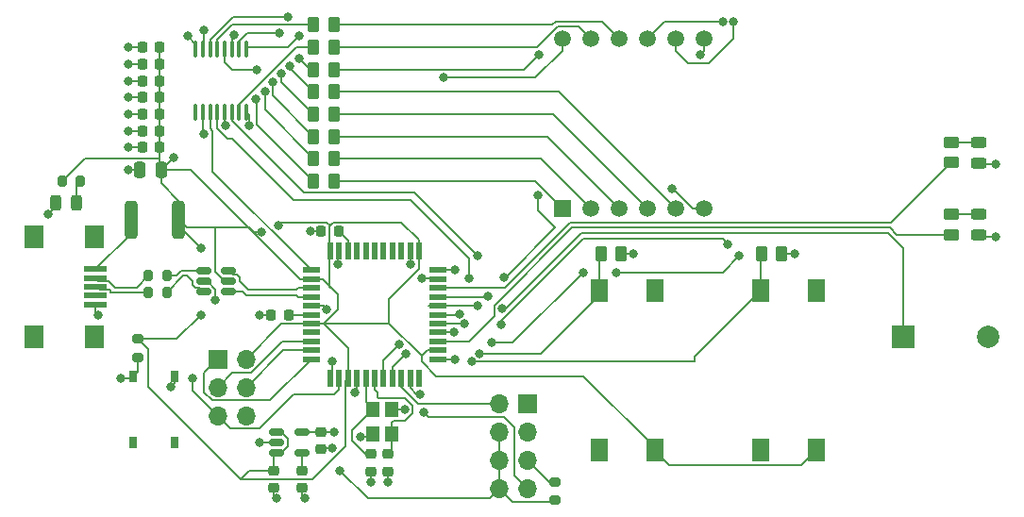
<source format=gbr>
%TF.GenerationSoftware,KiCad,Pcbnew,(7.0.0)*%
%TF.CreationDate,2023-04-21T02:36:57-06:00*%
%TF.ProjectId,Phase_B_ATMEGA_v3,50686173-655f-4425-9f41-544d4547415f,rev?*%
%TF.SameCoordinates,Original*%
%TF.FileFunction,Copper,L1,Top*%
%TF.FilePolarity,Positive*%
%FSLAX46Y46*%
G04 Gerber Fmt 4.6, Leading zero omitted, Abs format (unit mm)*
G04 Created by KiCad (PCBNEW (7.0.0)) date 2023-04-21 02:36:57*
%MOMM*%
%LPD*%
G01*
G04 APERTURE LIST*
G04 Aperture macros list*
%AMRoundRect*
0 Rectangle with rounded corners*
0 $1 Rounding radius*
0 $2 $3 $4 $5 $6 $7 $8 $9 X,Y pos of 4 corners*
0 Add a 4 corners polygon primitive as box body*
4,1,4,$2,$3,$4,$5,$6,$7,$8,$9,$2,$3,0*
0 Add four circle primitives for the rounded corners*
1,1,$1+$1,$2,$3*
1,1,$1+$1,$4,$5*
1,1,$1+$1,$6,$7*
1,1,$1+$1,$8,$9*
0 Add four rect primitives between the rounded corners*
20,1,$1+$1,$2,$3,$4,$5,0*
20,1,$1+$1,$4,$5,$6,$7,0*
20,1,$1+$1,$6,$7,$8,$9,0*
20,1,$1+$1,$8,$9,$2,$3,0*%
G04 Aperture macros list end*
%TA.AperFunction,SMDPad,CuDef*%
%ADD10R,1.200000X1.400000*%
%TD*%
%TA.AperFunction,SMDPad,CuDef*%
%ADD11RoundRect,0.150000X-0.512500X-0.150000X0.512500X-0.150000X0.512500X0.150000X-0.512500X0.150000X0*%
%TD*%
%TA.AperFunction,SMDPad,CuDef*%
%ADD12R,1.500000X0.550000*%
%TD*%
%TA.AperFunction,SMDPad,CuDef*%
%ADD13R,0.550000X1.500000*%
%TD*%
%TA.AperFunction,SMDPad,CuDef*%
%ADD14RoundRect,0.100000X-0.100000X0.637500X-0.100000X-0.637500X0.100000X-0.637500X0.100000X0.637500X0*%
%TD*%
%TA.AperFunction,ComponentPad*%
%ADD15R,1.500000X1.500000*%
%TD*%
%TA.AperFunction,ComponentPad*%
%ADD16C,1.500000*%
%TD*%
%TA.AperFunction,SMDPad,CuDef*%
%ADD17R,0.700000X1.000000*%
%TD*%
%TA.AperFunction,SMDPad,CuDef*%
%ADD18R,1.500000X2.000000*%
%TD*%
%TA.AperFunction,SMDPad,CuDef*%
%ADD19RoundRect,0.200000X0.275000X-0.200000X0.275000X0.200000X-0.275000X0.200000X-0.275000X-0.200000X0*%
%TD*%
%TA.AperFunction,SMDPad,CuDef*%
%ADD20RoundRect,0.200000X-0.200000X-0.275000X0.200000X-0.275000X0.200000X0.275000X-0.200000X0.275000X0*%
%TD*%
%TA.AperFunction,SMDPad,CuDef*%
%ADD21RoundRect,0.200000X-0.275000X0.200000X-0.275000X-0.200000X0.275000X-0.200000X0.275000X0.200000X0*%
%TD*%
%TA.AperFunction,SMDPad,CuDef*%
%ADD22RoundRect,0.250000X-0.262500X-0.450000X0.262500X-0.450000X0.262500X0.450000X-0.262500X0.450000X0*%
%TD*%
%TA.AperFunction,SMDPad,CuDef*%
%ADD23RoundRect,0.250000X0.450000X-0.262500X0.450000X0.262500X-0.450000X0.262500X-0.450000X-0.262500X0*%
%TD*%
%TA.AperFunction,ComponentPad*%
%ADD24R,2.000000X2.000000*%
%TD*%
%TA.AperFunction,ComponentPad*%
%ADD25C,2.000000*%
%TD*%
%TA.AperFunction,ComponentPad*%
%ADD26R,1.700000X1.700000*%
%TD*%
%TA.AperFunction,ComponentPad*%
%ADD27O,1.700000X1.700000*%
%TD*%
%TA.AperFunction,SMDPad,CuDef*%
%ADD28R,2.000000X0.500000*%
%TD*%
%TA.AperFunction,SMDPad,CuDef*%
%ADD29R,1.700000X2.000000*%
%TD*%
%TA.AperFunction,SMDPad,CuDef*%
%ADD30RoundRect,0.250000X-0.312500X-1.450000X0.312500X-1.450000X0.312500X1.450000X-0.312500X1.450000X0*%
%TD*%
%TA.AperFunction,SMDPad,CuDef*%
%ADD31RoundRect,0.243750X-0.243750X-0.456250X0.243750X-0.456250X0.243750X0.456250X-0.243750X0.456250X0*%
%TD*%
%TA.AperFunction,SMDPad,CuDef*%
%ADD32RoundRect,0.243750X0.456250X-0.243750X0.456250X0.243750X-0.456250X0.243750X-0.456250X-0.243750X0*%
%TD*%
%TA.AperFunction,SMDPad,CuDef*%
%ADD33RoundRect,0.225000X-0.250000X0.225000X-0.250000X-0.225000X0.250000X-0.225000X0.250000X0.225000X0*%
%TD*%
%TA.AperFunction,SMDPad,CuDef*%
%ADD34RoundRect,0.225000X0.225000X0.250000X-0.225000X0.250000X-0.225000X-0.250000X0.225000X-0.250000X0*%
%TD*%
%TA.AperFunction,SMDPad,CuDef*%
%ADD35RoundRect,0.250000X0.250000X0.475000X-0.250000X0.475000X-0.250000X-0.475000X0.250000X-0.475000X0*%
%TD*%
%TA.AperFunction,SMDPad,CuDef*%
%ADD36RoundRect,0.225000X0.250000X-0.225000X0.250000X0.225000X-0.250000X0.225000X-0.250000X-0.225000X0*%
%TD*%
%TA.AperFunction,ViaPad*%
%ADD37C,0.800000*%
%TD*%
%TA.AperFunction,Conductor*%
%ADD38C,0.203200*%
%TD*%
G04 APERTURE END LIST*
D10*
%TO.P,Y1,4,4*%
%TO.N,GND*%
X87724999Y-87999999D03*
%TO.P,Y1,3,3*%
%TO.N,XTAL2*%
X87724999Y-85799999D03*
%TO.P,Y1,2,2*%
%TO.N,GND*%
X89424999Y-85799999D03*
%TO.P,Y1,1,1*%
%TO.N,XTAL1*%
X89424999Y-87999999D03*
%TD*%
D11*
%TO.P,U5,5,VOUT*%
%TO.N,+3.3V*%
X81350000Y-87800000D03*
%TO.P,U5,4,BP*%
%TO.N,Net-(U5-BP)*%
X81350000Y-89700000D03*
%TO.P,U5,3,ON/~{OFF}*%
%TO.N,+5V*%
X79075000Y-89700000D03*
%TO.P,U5,2,GND*%
%TO.N,GND*%
X79075000Y-88750000D03*
%TO.P,U5,1,VIN*%
%TO.N,+5V*%
X79075000Y-87800000D03*
%TD*%
%TO.P,U4,1,I/O1*%
%TO.N,USB_CONN_D-*%
X72512500Y-73350000D03*
%TO.P,U4,2,GND*%
%TO.N,GND*%
X72512500Y-74300000D03*
%TO.P,U4,3,I/O2*%
%TO.N,USB_CONN_D+*%
X72512500Y-75250000D03*
%TO.P,U4,4,I/O2*%
%TO.N,USB_D+*%
X74787500Y-75250000D03*
%TO.P,U4,5,VBUS*%
%TO.N,+5V*%
X74787500Y-74300000D03*
%TO.P,U4,6,I/O1*%
%TO.N,USB_D-*%
X74787500Y-73350000D03*
%TD*%
D12*
%TO.P,U3,1,PE6*%
%TO.N,SH_CP*%
X82174999Y-73299999D03*
%TO.P,U3,2,UVCC*%
%TO.N,+5V*%
X82174999Y-74099999D03*
%TO.P,U3,3,D-*%
%TO.N,USB_D-*%
X82174999Y-74899999D03*
%TO.P,U3,4,D+*%
%TO.N,USB_D+*%
X82174999Y-75699999D03*
%TO.P,U3,5,UGND*%
%TO.N,GND*%
X82174999Y-76499999D03*
%TO.P,U3,6,UCAP*%
%TO.N,/UCAP*%
X82174999Y-77299999D03*
%TO.P,U3,7,VBUS*%
%TO.N,+5V*%
X82174999Y-78099999D03*
%TO.P,U3,8,PB0*%
%TO.N,unconnected-(U3-PB0-Pad8)*%
X82174999Y-78899999D03*
%TO.P,U3,9,PB1*%
%TO.N,SCK*%
X82174999Y-79699999D03*
%TO.P,U3,10,PB2*%
%TO.N,MOSI*%
X82174999Y-80499999D03*
%TO.P,U3,11,PB3*%
%TO.N,MISO*%
X82174999Y-81299999D03*
D13*
%TO.P,U3,12,PB7*%
%TO.N,Dig3*%
X83874999Y-82999999D03*
%TO.P,U3,13,~{RESET}*%
%TO.N,RST*%
X84674999Y-82999999D03*
%TO.P,U3,14,VCC*%
%TO.N,+5V*%
X85474999Y-82999999D03*
%TO.P,U3,15,GND*%
%TO.N,GND*%
X86274999Y-82999999D03*
%TO.P,U3,16,XTAL2*%
%TO.N,XTAL2*%
X87074999Y-82999999D03*
%TO.P,U3,17,XTAL1*%
%TO.N,XTAL1*%
X87874999Y-82999999D03*
%TO.P,U3,18,PD0*%
%TO.N,Button_2*%
X88674999Y-82999999D03*
%TO.P,U3,19,PD1*%
%TO.N,Button_1*%
X89474999Y-82999999D03*
%TO.P,U3,20,PD2*%
%TO.N,TX*%
X90274999Y-82999999D03*
%TO.P,U3,21,PD3*%
%TO.N,RX*%
X91074999Y-82999999D03*
%TO.P,U3,22,PD5*%
%TO.N,unconnected-(U3-PD5-Pad22)*%
X91874999Y-82999999D03*
D12*
%TO.P,U3,23,GND*%
%TO.N,GND*%
X93574999Y-81299999D03*
%TO.P,U3,24,AVCC*%
%TO.N,+5V*%
X93574999Y-80499999D03*
%TO.P,U3,25,PD4*%
%TO.N,GREEN_LED*%
X93574999Y-79699999D03*
%TO.P,U3,26,PD6*%
%TO.N,Dig2*%
X93574999Y-78899999D03*
%TO.P,U3,27,PD7*%
%TO.N,Buzzer*%
X93574999Y-78099999D03*
%TO.P,U3,28,PB4*%
%TO.N,ST_CP*%
X93574999Y-77299999D03*
%TO.P,U3,29,PB5*%
%TO.N,DS*%
X93574999Y-76499999D03*
%TO.P,U3,30,PB6*%
%TO.N,Dig4*%
X93574999Y-75699999D03*
%TO.P,U3,31,PC6*%
%TO.N,RED_LED*%
X93574999Y-74899999D03*
%TO.P,U3,32,PC7*%
%TO.N,Dig1*%
X93574999Y-74099999D03*
%TO.P,U3,33,~{HWB}/PE2*%
%TO.N,GND*%
X93574999Y-73299999D03*
D13*
%TO.P,U3,34,VCC*%
%TO.N,+5V*%
X91874999Y-71599999D03*
%TO.P,U3,35,GND*%
%TO.N,GND*%
X91074999Y-71599999D03*
%TO.P,U3,36,PF7*%
%TO.N,unconnected-(U3-PF7-Pad36)*%
X90274999Y-71599999D03*
%TO.P,U3,37,PF6*%
%TO.N,unconnected-(U3-PF6-Pad37)*%
X89474999Y-71599999D03*
%TO.P,U3,38,PF5*%
%TO.N,unconnected-(U3-PF5-Pad38)*%
X88674999Y-71599999D03*
%TO.P,U3,39,PF4*%
%TO.N,unconnected-(U3-PF4-Pad39)*%
X87874999Y-71599999D03*
%TO.P,U3,40,PF1*%
%TO.N,unconnected-(U3-PF1-Pad40)*%
X87074999Y-71599999D03*
%TO.P,U3,41,PF0*%
%TO.N,unconnected-(U3-PF0-Pad41)*%
X86274999Y-71599999D03*
%TO.P,U3,42,AREF*%
%TO.N,/AREF*%
X85474999Y-71599999D03*
%TO.P,U3,43,GND*%
%TO.N,GND*%
X84674999Y-71599999D03*
%TO.P,U3,44,AVCC*%
%TO.N,+5V*%
X83874999Y-71599999D03*
%TD*%
D14*
%TO.P,U2,1,QB*%
%TO.N,b*%
X76350000Y-53437500D03*
%TO.P,U2,2,QC*%
%TO.N,c*%
X75700000Y-53437500D03*
%TO.P,U2,3,QD*%
%TO.N,d*%
X75050000Y-53437500D03*
%TO.P,U2,4,QE*%
%TO.N,e*%
X74400000Y-53437500D03*
%TO.P,U2,5,QF*%
%TO.N,f*%
X73750000Y-53437500D03*
%TO.P,U2,6,QG*%
%TO.N,g*%
X73100000Y-53437500D03*
%TO.P,U2,7,QH*%
%TO.N,dp*%
X72450000Y-53437500D03*
%TO.P,U2,8,GND*%
%TO.N,GND*%
X71800000Y-53437500D03*
%TO.P,U2,9,QH'*%
%TO.N,unconnected-(U2-QH'-Pad9)*%
X71800000Y-59162500D03*
%TO.P,U2,10,~{SRCLR}*%
%TO.N,+5V*%
X72450000Y-59162500D03*
%TO.P,U2,11,SRCLK*%
%TO.N,SH_CP*%
X73100000Y-59162500D03*
%TO.P,U2,12,RCLK*%
%TO.N,ST_CP*%
X73750000Y-59162500D03*
%TO.P,U2,13,~{OE}*%
%TO.N,GND*%
X74400000Y-59162500D03*
%TO.P,U2,14,SER*%
%TO.N,DS*%
X75050000Y-59162500D03*
%TO.P,U2,15,QA*%
%TO.N,a*%
X75700000Y-59162500D03*
%TO.P,U2,16,VCC*%
%TO.N,+5V*%
X76350000Y-59162500D03*
%TD*%
D15*
%TO.P,U1,1,e*%
%TO.N,Net-(U1-e)*%
X104724999Y-67777499D03*
D16*
%TO.P,U1,2,d*%
%TO.N,Net-(U1-d)*%
X107265000Y-67777500D03*
%TO.P,U1,3,DPX*%
%TO.N,Net-(U1-DPX)*%
X109805000Y-67777500D03*
%TO.P,U1,4,c*%
%TO.N,Net-(U1-c)*%
X112345000Y-67777500D03*
%TO.P,U1,5,g*%
%TO.N,Net-(U1-g)*%
X114885000Y-67777500D03*
%TO.P,U1,6,CA4*%
%TO.N,Dig4*%
X117425000Y-67777500D03*
%TO.P,U1,7,b*%
%TO.N,Net-(U1-b)*%
X117425000Y-52537500D03*
%TO.P,U1,8,CA3*%
%TO.N,Dig3*%
X114885000Y-52537500D03*
%TO.P,U1,9,CA2*%
%TO.N,Dig2*%
X112345000Y-52537500D03*
%TO.P,U1,10,f*%
%TO.N,Net-(U1-f)*%
X109805000Y-52537500D03*
%TO.P,U1,11,a*%
%TO.N,Net-(U1-a)*%
X107265000Y-52537500D03*
%TO.P,U1,12,CA1*%
%TO.N,Dig1*%
X104725000Y-52537500D03*
%TD*%
D17*
%TO.P,S3,4*%
%TO.N,N/C*%
X66224999Y-88799999D03*
%TO.P,S3,2*%
X69924999Y-88799999D03*
%TO.P,S3,3*%
%TO.N,RST*%
X66224999Y-82799999D03*
%TO.P,S3,1*%
%TO.N,GND*%
X69924999Y-82799999D03*
%TD*%
D18*
%TO.P,S2,A1,NO_1*%
%TO.N,unconnected-(S2-NO_1-PadA1)*%
X107987499Y-89449999D03*
%TO.P,S2,B1,NO_2*%
%TO.N,Button_2*%
X107987499Y-75149999D03*
%TO.P,S2,C1,COM_1*%
%TO.N,+5V*%
X112987499Y-89449999D03*
%TO.P,S2,D1,COM_2*%
%TO.N,unconnected-(S2-COM_2-PadD1)*%
X112987499Y-75149999D03*
%TD*%
%TO.P,S1,A1,NO_1*%
%TO.N,unconnected-(S1-NO_1-PadA1)*%
X122487499Y-89449999D03*
%TO.P,S1,B1,NO_2*%
%TO.N,Button_1*%
X122487499Y-75149999D03*
%TO.P,S1,C1,COM_1*%
%TO.N,+5V*%
X127487499Y-89449999D03*
%TO.P,S1,D1,COM_2*%
%TO.N,unconnected-(S1-COM_2-PadD1)*%
X127487499Y-75149999D03*
%TD*%
D19*
%TO.P,R17,2*%
%TO.N,Net-(J3-Pin_5)*%
X104075000Y-92300000D03*
%TO.P,R17,1*%
%TO.N,+3.3V*%
X104075000Y-93950000D03*
%TD*%
D20*
%TO.P,R16,1*%
%TO.N,+5V*%
X59825000Y-65300000D03*
%TO.P,R16,2*%
%TO.N,Net-(D3-A)*%
X61475000Y-65300000D03*
%TD*%
%TO.P,R15,2*%
%TO.N,USB_CONN_D-*%
X69225000Y-73800000D03*
%TO.P,R15,1*%
%TO.N,NJ2D-*%
X67575000Y-73800000D03*
%TD*%
%TO.P,R14,2*%
%TO.N,USB_CONN_D+*%
X69225000Y-75300000D03*
%TO.P,R14,1*%
%TO.N,NJ2D+*%
X67575000Y-75300000D03*
%TD*%
D21*
%TO.P,R13,2*%
%TO.N,RST*%
X66650000Y-81125000D03*
%TO.P,R13,1*%
%TO.N,+5V*%
X66650000Y-79475000D03*
%TD*%
D22*
%TO.P,R12,2*%
%TO.N,Net-(U1-DPX)*%
X84225000Y-61300000D03*
%TO.P,R12,1*%
%TO.N,dp*%
X82400000Y-61300000D03*
%TD*%
%TO.P,R11,2*%
%TO.N,Net-(U1-g)*%
X84225000Y-57300000D03*
%TO.P,R11,1*%
%TO.N,g*%
X82400000Y-57300000D03*
%TD*%
%TO.P,R10,1*%
%TO.N,f*%
X82400000Y-51300000D03*
%TO.P,R10,2*%
%TO.N,Net-(U1-f)*%
X84225000Y-51300000D03*
%TD*%
%TO.P,R9,1*%
%TO.N,e*%
X82400000Y-65300000D03*
%TO.P,R9,2*%
%TO.N,Net-(U1-e)*%
X84225000Y-65300000D03*
%TD*%
%TO.P,R8,1*%
%TO.N,d*%
X82400000Y-63300000D03*
%TO.P,R8,2*%
%TO.N,Net-(U1-d)*%
X84225000Y-63300000D03*
%TD*%
%TO.P,R7,1*%
%TO.N,c*%
X82400000Y-59300000D03*
%TO.P,R7,2*%
%TO.N,Net-(U1-c)*%
X84225000Y-59300000D03*
%TD*%
%TO.P,R6,1*%
%TO.N,b*%
X82400000Y-55300000D03*
%TO.P,R6,2*%
%TO.N,Net-(U1-b)*%
X84225000Y-55300000D03*
%TD*%
%TO.P,R5,2*%
%TO.N,Net-(U1-a)*%
X84225000Y-53300000D03*
%TO.P,R5,1*%
%TO.N,a*%
X82400000Y-53300000D03*
%TD*%
D23*
%TO.P,R4,1*%
%TO.N,GREEN_LED*%
X139575000Y-70125000D03*
%TO.P,R4,2*%
%TO.N,Net-(D2-A)*%
X139575000Y-68300000D03*
%TD*%
%TO.P,R3,1*%
%TO.N,RED_LED*%
X139575000Y-63625000D03*
%TO.P,R3,2*%
%TO.N,Net-(D1-A)*%
X139575000Y-61800000D03*
%TD*%
D22*
%TO.P,R2,1*%
%TO.N,Button_2*%
X108162500Y-71800000D03*
%TO.P,R2,2*%
%TO.N,GND*%
X109987500Y-71800000D03*
%TD*%
%TO.P,R1,1*%
%TO.N,Button_1*%
X122575000Y-71800000D03*
%TO.P,R1,2*%
%TO.N,GND*%
X124400000Y-71800000D03*
%TD*%
D24*
%TO.P,LS1,1,1*%
%TO.N,Buzzer*%
X135274999Y-79299999D03*
D25*
%TO.P,LS1,2,2*%
%TO.N,GND*%
X142875000Y-79300000D03*
%TD*%
D26*
%TO.P,J3,1,Pin_1*%
%TO.N,GND*%
X101574999Y-85299999D03*
D27*
%TO.P,J3,2,Pin_2*%
%TO.N,TX*%
X99034999Y-85299999D03*
%TO.P,J3,3,Pin_3*%
%TO.N,unconnected-(J3-Pin_3-Pad3)*%
X101574999Y-87839999D03*
%TO.P,J3,4,Pin_4*%
%TO.N,+3.3V*%
X99034999Y-87839999D03*
%TO.P,J3,5,Pin_5*%
%TO.N,Net-(J3-Pin_5)*%
X101574999Y-90379999D03*
%TO.P,J3,6,Pin_6*%
%TO.N,+3.3V*%
X99034999Y-90379999D03*
%TO.P,J3,7,Pin_7*%
%TO.N,RX*%
X101574999Y-92919999D03*
%TO.P,J3,8,Pin_8*%
%TO.N,+3.3V*%
X99034999Y-92919999D03*
%TD*%
D28*
%TO.P,J2,1,VBUS*%
%TO.N,Net-(J2-VBUS)*%
X62849999Y-73199999D03*
%TO.P,J2,2,D-*%
%TO.N,NJ2D-*%
X62849999Y-73999999D03*
%TO.P,J2,3,D+*%
%TO.N,NJ2D+*%
X62849999Y-74799999D03*
%TO.P,J2,4,ID*%
%TO.N,unconnected-(J2-ID-Pad4)*%
X62849999Y-75599999D03*
%TO.P,J2,5,GND*%
%TO.N,GND*%
X62849999Y-76399999D03*
D29*
%TO.P,J2,6,Shield*%
%TO.N,unconnected-(J2-Shield-Pad6)*%
X62749999Y-70349999D03*
X62749999Y-79249999D03*
X57299999Y-70349999D03*
X57299999Y-79249999D03*
%TD*%
D26*
%TO.P,J1,1,MISO*%
%TO.N,MISO*%
X73784999Y-81274999D03*
D27*
%TO.P,J1,2,VCC*%
%TO.N,+5V*%
X76324999Y-81274999D03*
%TO.P,J1,3,SCK*%
%TO.N,SCK*%
X73784999Y-83814999D03*
%TO.P,J1,4,MOSI*%
%TO.N,MOSI*%
X76324999Y-83814999D03*
%TO.P,J1,5,~{RST}*%
%TO.N,RST*%
X73784999Y-86354999D03*
%TO.P,J1,6,GND*%
%TO.N,GND*%
X76324999Y-86354999D03*
%TD*%
D30*
%TO.P,F1,1*%
%TO.N,Net-(J2-VBUS)*%
X66012500Y-68800000D03*
%TO.P,F1,2*%
%TO.N,+5V*%
X70287500Y-68800000D03*
%TD*%
D31*
%TO.P,D3,1,K*%
%TO.N,GND*%
X59275000Y-67300000D03*
%TO.P,D3,2,A*%
%TO.N,Net-(D3-A)*%
X61150000Y-67300000D03*
%TD*%
D32*
%TO.P,D2,1,K*%
%TO.N,GND*%
X142075000Y-70175000D03*
%TO.P,D2,2,A*%
%TO.N,Net-(D2-A)*%
X142075000Y-68300000D03*
%TD*%
%TO.P,D1,1,K*%
%TO.N,GND*%
X142075000Y-63675000D03*
%TO.P,D1,2,A*%
%TO.N,Net-(D1-A)*%
X142075000Y-61800000D03*
%TD*%
D33*
%TO.P,C15,2*%
%TO.N,GND*%
X81350000Y-92850000D03*
%TO.P,C15,1*%
%TO.N,Net-(U5-BP)*%
X81350000Y-91300000D03*
%TD*%
%TO.P,C14,2*%
%TO.N,GND*%
X83075000Y-89350000D03*
%TO.P,C14,1*%
%TO.N,+3.3V*%
X83075000Y-87800000D03*
%TD*%
%TO.P,C13,2*%
%TO.N,GND*%
X78850000Y-92850000D03*
%TO.P,C13,1*%
%TO.N,+5V*%
X78850000Y-91300000D03*
%TD*%
D34*
%TO.P,C12,1*%
%TO.N,/AREF*%
X84625000Y-69800000D03*
%TO.P,C12,2*%
%TO.N,GND*%
X83075000Y-69800000D03*
%TD*%
%TO.P,C11,1*%
%TO.N,+5V*%
X68575000Y-60800000D03*
%TO.P,C11,2*%
%TO.N,GND*%
X67025000Y-60800000D03*
%TD*%
%TO.P,C10,1*%
%TO.N,+5V*%
X68575000Y-62300000D03*
%TO.P,C10,2*%
%TO.N,GND*%
X67025000Y-62300000D03*
%TD*%
%TO.P,C9,1*%
%TO.N,/UCAP*%
X80150000Y-77300000D03*
%TO.P,C9,2*%
%TO.N,GND*%
X78600000Y-77300000D03*
%TD*%
D35*
%TO.P,C8,1*%
%TO.N,+5V*%
X68712500Y-64300000D03*
%TO.P,C8,2*%
%TO.N,GND*%
X66812500Y-64300000D03*
%TD*%
D34*
%TO.P,C7,1*%
%TO.N,+5V*%
X68575000Y-53300000D03*
%TO.P,C7,2*%
%TO.N,GND*%
X67025000Y-53300000D03*
%TD*%
%TO.P,C6,1*%
%TO.N,+5V*%
X68575000Y-54800000D03*
%TO.P,C6,2*%
%TO.N,GND*%
X67025000Y-54800000D03*
%TD*%
%TO.P,C5,1*%
%TO.N,+5V*%
X68575000Y-56300000D03*
%TO.P,C5,2*%
%TO.N,GND*%
X67025000Y-56300000D03*
%TD*%
%TO.P,C4,1*%
%TO.N,+5V*%
X68575000Y-57800000D03*
%TO.P,C4,2*%
%TO.N,GND*%
X67025000Y-57800000D03*
%TD*%
D33*
%TO.P,C3,2*%
%TO.N,GND*%
X87575000Y-91350000D03*
%TO.P,C3,1*%
%TO.N,XTAL2*%
X87575000Y-89800000D03*
%TD*%
D36*
%TO.P,C2,2*%
%TO.N,XTAL1*%
X89075000Y-89800000D03*
%TO.P,C2,1*%
%TO.N,GND*%
X89075000Y-91350000D03*
%TD*%
D34*
%TO.P,C1,1*%
%TO.N,+5V*%
X68575000Y-59300000D03*
%TO.P,C1,2*%
%TO.N,GND*%
X67025000Y-59300000D03*
%TD*%
D37*
%TO.N,+5V*%
X79275000Y-69300000D03*
X77729247Y-69845753D03*
X72275000Y-71300000D03*
X72275000Y-77300000D03*
%TO.N,+3.3V*%
X84275000Y-87800000D03*
X84775000Y-91300000D03*
%TO.N,RX*%
X92275000Y-86024500D03*
X91925049Y-84425451D03*
%TO.N,RST*%
X65075000Y-82975000D03*
X71575000Y-82975000D03*
%TO.N,Dig3*%
X84075000Y-81500000D03*
X98345339Y-79802547D03*
X109575000Y-73500000D03*
X120575000Y-72000000D03*
X120087299Y-50987701D03*
X106575000Y-73500000D03*
%TO.N,Dig2*%
X119575000Y-71000000D03*
X119075000Y-51000000D03*
%TO.N,Dig1*%
X92075000Y-74000000D03*
X94075000Y-56024500D03*
%TO.N,Net-(U1-b)*%
X102575000Y-54000000D03*
X117075000Y-54000000D03*
%TO.N,ST_CP*%
X96350500Y-74000000D03*
X95475180Y-77229620D03*
%TO.N,DS*%
X97075000Y-72000000D03*
X97075000Y-76500000D03*
%TO.N,Dig4*%
X98075000Y-75624500D03*
X99494503Y-73919503D03*
X102515497Y-66559503D03*
X114575000Y-66000000D03*
%TO.N,Dig2*%
X99246398Y-78171398D03*
X95018379Y-78824500D03*
%TO.N,Buzzer*%
X95931553Y-78118849D03*
X99337652Y-76762652D03*
%TO.N,Button_2*%
X90049695Y-80000000D03*
X97281755Y-80775500D03*
%TO.N,Button_1*%
X90665955Y-80786910D03*
X96575000Y-81500000D03*
%TO.N,e*%
X77236779Y-57961779D03*
X77287779Y-55300000D03*
%TO.N,d*%
X78012279Y-57300000D03*
X75223299Y-52201062D03*
%TO.N,dp*%
X72575000Y-51800000D03*
X78736779Y-56461779D03*
%TO.N,c*%
X79530024Y-55668533D03*
X79350500Y-52024500D03*
%TO.N,g*%
X80075000Y-50575500D03*
X80236779Y-54961779D03*
%TO.N,b*%
X81075000Y-52300000D03*
X81075000Y-54300000D03*
%TO.N,+5V*%
X69800000Y-63212500D03*
X76575000Y-60300000D03*
X72575000Y-61084600D03*
%TO.N,GND*%
X77575000Y-77300000D03*
X77575000Y-88800000D03*
X95075000Y-73300000D03*
X91075000Y-72800000D03*
X82075000Y-69800000D03*
X125575000Y-71800000D03*
X111075000Y-71800000D03*
X83575000Y-76800000D03*
X84575000Y-72800000D03*
X86075000Y-84300000D03*
X95075000Y-81300000D03*
X71075000Y-52300000D03*
X74530300Y-60359600D03*
X65800000Y-53300000D03*
X65800000Y-54800000D03*
X65800000Y-56300000D03*
X65800000Y-57800000D03*
X65800000Y-59300000D03*
X65800000Y-60800000D03*
X65800000Y-62300000D03*
X65800000Y-64300000D03*
X58575000Y-68300000D03*
X63075000Y-77300000D03*
X73575000Y-76000000D03*
X89075000Y-92300000D03*
X87575000Y-92300000D03*
X79075000Y-93800000D03*
X81575000Y-93800000D03*
X69575000Y-83800000D03*
X84075000Y-89300000D03*
X86575000Y-88300000D03*
X90575000Y-85800000D03*
X143575000Y-63800000D03*
X143575000Y-70300000D03*
%TD*%
D38*
%TO.N,+5V*%
X89175000Y-75874695D02*
X89175000Y-78100000D01*
X91875000Y-73174695D02*
X89175000Y-75874695D01*
X91875000Y-71600000D02*
X91875000Y-73174695D01*
X83572183Y-69000000D02*
X83872183Y-69300000D01*
X79575000Y-69000000D02*
X83572183Y-69000000D01*
X79275000Y-69300000D02*
X79575000Y-69000000D01*
X83872183Y-69300000D02*
X83850000Y-69322183D01*
X84172183Y-69000000D02*
X83872183Y-69300000D01*
X76575000Y-69500000D02*
X76920753Y-69845753D01*
X76920753Y-69845753D02*
X77729247Y-69845753D01*
X71375000Y-64300000D02*
X78325000Y-71250000D01*
X68712500Y-64300000D02*
X71375000Y-64300000D01*
X78325000Y-71250000D02*
X76575000Y-69500000D01*
X81175000Y-74100000D02*
X78325000Y-71250000D01*
X70287500Y-68800000D02*
X70287500Y-67100000D01*
X70287500Y-67100000D02*
X68712500Y-65525000D01*
X70987500Y-69500000D02*
X73575000Y-69500000D01*
X70287500Y-68800000D02*
X70987500Y-69500000D01*
X70287500Y-69312500D02*
X72275000Y-71300000D01*
X70287500Y-68800000D02*
X70287500Y-69312500D01*
%TO.N,Net-(J2-VBUS)*%
X66012500Y-70037500D02*
X62850000Y-73200000D01*
X66012500Y-68800000D02*
X66012500Y-70037500D01*
%TO.N,XTAL1*%
X91300000Y-85499695D02*
X90575305Y-84775000D01*
%TO.N,+5V*%
X68575000Y-62300000D02*
X68575000Y-62800000D01*
X68575000Y-62800000D02*
X68575000Y-63300000D01*
X68575000Y-53300000D02*
X68575000Y-62800000D01*
X70100000Y-79475000D02*
X72275000Y-77300000D01*
X66650000Y-79475000D02*
X70100000Y-79475000D01*
X76625000Y-91300000D02*
X75850000Y-92075000D01*
X78850000Y-91300000D02*
X76625000Y-91300000D01*
X78850000Y-91300000D02*
X78850000Y-89925000D01*
X78850000Y-89925000D02*
X79075000Y-89700000D01*
X93375000Y-82800000D02*
X92075000Y-81500000D01*
X92075000Y-81500000D02*
X92075000Y-81000000D01*
X106587500Y-82800000D02*
X93375000Y-82800000D01*
X112987500Y-89200000D02*
X106587500Y-82800000D01*
X112987500Y-89450000D02*
X112987500Y-89200000D01*
%TO.N,+3.3V*%
X84275000Y-87800000D02*
X83075000Y-87800000D01*
X87245000Y-93770000D02*
X84775000Y-91300000D01*
X98185000Y-93770000D02*
X87245000Y-93770000D01*
X99035000Y-92920000D02*
X98185000Y-93770000D01*
X99035000Y-90380000D02*
X99035000Y-92920000D01*
X99035000Y-87840000D02*
X99035000Y-90380000D01*
X103930000Y-94095000D02*
X100210000Y-94095000D01*
X104075000Y-93950000D02*
X103930000Y-94095000D01*
X100210000Y-94095000D02*
X99035000Y-92920000D01*
%TO.N,Net-(J3-Pin_5)*%
X103495000Y-92300000D02*
X104075000Y-92300000D01*
X101575000Y-90380000D02*
X103495000Y-92300000D01*
%TO.N,RX*%
X100400000Y-91745000D02*
X101575000Y-92920000D01*
X100400000Y-87425000D02*
X100400000Y-91745000D01*
X99450000Y-86475000D02*
X100400000Y-87425000D01*
X92725500Y-86475000D02*
X99450000Y-86475000D01*
X92275000Y-86024500D02*
X92725500Y-86475000D01*
X91625451Y-84425451D02*
X91925049Y-84425451D01*
X91075000Y-83875000D02*
X91625451Y-84425451D01*
X91075000Y-83000000D02*
X91075000Y-83875000D01*
%TO.N,TX*%
X91775000Y-85300000D02*
X99035000Y-85300000D01*
X90275000Y-83000000D02*
X90275000Y-83800000D01*
X90275000Y-83800000D02*
X91775000Y-85300000D01*
%TO.N,XTAL1*%
X91300000Y-86100304D02*
X91300000Y-85499695D01*
X89575000Y-86825000D02*
X90575305Y-86825000D01*
X89425000Y-86975000D02*
X89575000Y-86825000D01*
X90575305Y-86825000D02*
X91300000Y-86100304D01*
X89425000Y-88000000D02*
X89425000Y-86975000D01*
X88250000Y-84775000D02*
X90575305Y-84775000D01*
X88150000Y-84675000D02*
X88250000Y-84775000D01*
X88150000Y-84275000D02*
X88150000Y-84675000D01*
%TO.N,XTAL2*%
X87075000Y-85150000D02*
X87075000Y-83000000D01*
X87725000Y-85800000D02*
X87075000Y-85150000D01*
%TO.N,XTAL1*%
X87875000Y-83000000D02*
X87875000Y-84000000D01*
X87875000Y-84000000D02*
X88150000Y-84275000D01*
%TO.N,RST*%
X66050000Y-82975000D02*
X66225000Y-82800000D01*
X73785000Y-86355000D02*
X71575000Y-84145000D01*
X71575000Y-84145000D02*
X71575000Y-82975000D01*
X65075000Y-82975000D02*
X66050000Y-82975000D01*
X84675000Y-84000000D02*
X84675000Y-83000000D01*
X84200000Y-84475000D02*
X84675000Y-84000000D01*
X80575000Y-84475000D02*
X84200000Y-84475000D01*
X74960000Y-87530000D02*
X77520000Y-87530000D01*
X77520000Y-87530000D02*
X80575000Y-84475000D01*
X73785000Y-86355000D02*
X74960000Y-87530000D01*
%TO.N,MISO*%
X72575000Y-82485000D02*
X73785000Y-81275000D01*
X72575000Y-84266701D02*
X72575000Y-82485000D01*
X73298299Y-84990000D02*
X72575000Y-84266701D01*
X82175000Y-81300000D02*
X78485000Y-84990000D01*
X78485000Y-84990000D02*
X73298299Y-84990000D01*
%TO.N,MOSI*%
X79640000Y-80500000D02*
X76325000Y-83815000D01*
X82175000Y-80500000D02*
X79640000Y-80500000D01*
%TO.N,SCK*%
X76786701Y-82475000D02*
X75125000Y-82475000D01*
X79561701Y-79700000D02*
X76786701Y-82475000D01*
X75125000Y-82475000D02*
X73785000Y-83815000D01*
X82175000Y-79700000D02*
X79561701Y-79700000D01*
%TO.N,+5V*%
X76325000Y-81275000D02*
X79500000Y-78100000D01*
X79500000Y-78100000D02*
X82175000Y-78100000D01*
%TO.N,Dig3*%
X84075000Y-82800000D02*
X83875000Y-83000000D01*
X84075000Y-81500000D02*
X84075000Y-82800000D01*
%TO.N,Dig2*%
X94942879Y-78900000D02*
X93575000Y-78900000D01*
X95018379Y-78824500D02*
X94942879Y-78900000D01*
%TO.N,GREEN_LED*%
X98612652Y-77462348D02*
X96375000Y-79700000D01*
X96375000Y-79700000D02*
X93575000Y-79700000D01*
X105574999Y-69500000D02*
X98612652Y-76462347D01*
X134075000Y-69500000D02*
X105574999Y-69500000D01*
X98612652Y-76462347D02*
X98612652Y-77462348D01*
X134700000Y-70125000D02*
X134075000Y-69500000D01*
X139575000Y-70125000D02*
X134700000Y-70125000D01*
%TO.N,Buzzer*%
X135275000Y-71336396D02*
X135275000Y-79300000D01*
X133938604Y-70000000D02*
X135275000Y-71336396D01*
X106393198Y-70000000D02*
X133938604Y-70000000D01*
X99337652Y-76762652D02*
X99630546Y-76762652D01*
X99630546Y-76762652D02*
X106393198Y-70000000D01*
%TO.N,Dig2*%
X119075000Y-70500000D02*
X119575000Y-71000000D01*
X106624903Y-70500000D02*
X119075000Y-70500000D01*
X99246398Y-77878505D02*
X106624903Y-70500000D01*
X99246398Y-78171398D02*
X99246398Y-77878505D01*
%TO.N,Dig3*%
X100272453Y-79802547D02*
X98345339Y-79802547D01*
X106575000Y-73500000D02*
X100272453Y-79802547D01*
X119075000Y-73500000D02*
X109575000Y-73500000D01*
X120087299Y-52487701D02*
X120087299Y-50987701D01*
X120575000Y-72000000D02*
X119075000Y-73500000D01*
X117850000Y-54725000D02*
X120087299Y-52487701D01*
X116011840Y-54725000D02*
X117850000Y-54725000D01*
X114885000Y-53598160D02*
X116011840Y-54725000D01*
X114885000Y-52537500D02*
X114885000Y-53598160D01*
%TO.N,Dig2*%
X113882500Y-51000000D02*
X112345000Y-52537500D01*
X119075000Y-51000000D02*
X113882500Y-51000000D01*
%TO.N,Dig1*%
X93475000Y-74000000D02*
X93575000Y-74100000D01*
X92075000Y-74000000D02*
X93475000Y-74000000D01*
%TO.N,/AREF*%
X84625000Y-69800000D02*
X85475000Y-70650000D01*
X85475000Y-70650000D02*
X85475000Y-71600000D01*
%TO.N,+5V*%
X83850000Y-71575000D02*
X83875000Y-71600000D01*
X83850000Y-69322183D02*
X83850000Y-71575000D01*
X91875000Y-70600000D02*
X90275000Y-69000000D01*
X90275000Y-69000000D02*
X84172183Y-69000000D01*
X91875000Y-71600000D02*
X91875000Y-70600000D01*
%TO.N,Dig1*%
X104725000Y-53598160D02*
X102298660Y-56024500D01*
X104725000Y-52537500D02*
X104725000Y-53598160D01*
X102298660Y-56024500D02*
X94075000Y-56024500D01*
%TO.N,Net-(U1-b)*%
X102575000Y-54000000D02*
X101275000Y-55300000D01*
X101275000Y-55300000D02*
X84225000Y-55300000D01*
X117425000Y-53650000D02*
X117075000Y-54000000D01*
X117425000Y-52537500D02*
X117425000Y-53650000D01*
%TO.N,+5V*%
X83850000Y-74775000D02*
X84075000Y-75000000D01*
X83850000Y-71625000D02*
X83850000Y-74775000D01*
X83875000Y-71600000D02*
X83850000Y-71625000D01*
X84075000Y-75000000D02*
X83175000Y-74100000D01*
X84575000Y-75500000D02*
X84075000Y-75000000D01*
X83300305Y-78100000D02*
X89175000Y-78100000D01*
X89175000Y-78100000D02*
X92075000Y-81000000D01*
X85475000Y-80274695D02*
X83300305Y-78100000D01*
X85475000Y-83000000D02*
X85475000Y-80274695D01*
X92075000Y-81000000D02*
X92575000Y-80500000D01*
X92575000Y-80500000D02*
X93575000Y-80500000D01*
X83175000Y-74100000D02*
X82175000Y-74100000D01*
X84575000Y-76825305D02*
X84575000Y-75500000D01*
X82175000Y-78100000D02*
X83300305Y-78100000D01*
X83300305Y-78100000D02*
X84575000Y-76825305D01*
%TO.N,/UCAP*%
X80150000Y-77300000D02*
X82175000Y-77300000D01*
%TO.N,USB_D-*%
X81049999Y-74900000D02*
X82175000Y-74900000D01*
X80874999Y-75075000D02*
X81049999Y-74900000D01*
X76512500Y-75075000D02*
X80874999Y-75075000D01*
X75750000Y-74312500D02*
X76512500Y-75075000D01*
X75750000Y-73963604D02*
X75750000Y-74312500D01*
X75486396Y-73700000D02*
X75750000Y-73963604D01*
X75137500Y-73700000D02*
X75486396Y-73700000D01*
X74787500Y-73350000D02*
X75137500Y-73700000D01*
%TO.N,USB_D+*%
X81049999Y-75700000D02*
X82175000Y-75700000D01*
X80874999Y-75525000D02*
X81049999Y-75700000D01*
X76051103Y-75250000D02*
X76326103Y-75525000D01*
X76326103Y-75525000D02*
X80874999Y-75525000D01*
X74787500Y-75250000D02*
X76051103Y-75250000D01*
%TO.N,USB_CONN_D-*%
X70088603Y-73800000D02*
X69225000Y-73800000D01*
X70538603Y-73350000D02*
X70088603Y-73800000D01*
X72512500Y-73350000D02*
X70538603Y-73350000D01*
%TO.N,USB_CONN_D+*%
X70724999Y-73800001D02*
X69225000Y-75300000D01*
X71062501Y-73800001D02*
X70724999Y-73800001D01*
X71550000Y-74287500D02*
X71062501Y-73800001D01*
X72162500Y-74900000D02*
X71813604Y-74900000D01*
X72512500Y-75250000D02*
X72162500Y-74900000D01*
X71813604Y-74900000D02*
X71550000Y-74636396D01*
X71550000Y-74636396D02*
X71550000Y-74287500D01*
%TO.N,GND*%
X73575000Y-75011341D02*
X73575000Y-76000000D01*
X72863659Y-74300000D02*
X73575000Y-75011341D01*
X72512500Y-74300000D02*
X72863659Y-74300000D01*
%TO.N,NJ2D-*%
X63100000Y-74250000D02*
X62850000Y-74000000D01*
X63986369Y-74250000D02*
X63100000Y-74250000D01*
%TO.N,NJ2D+*%
X63013603Y-74800000D02*
X62850000Y-74800000D01*
X63263603Y-75050000D02*
X63013603Y-74800000D01*
X64150000Y-75050000D02*
X63263603Y-75050000D01*
%TO.N,NJ2D-*%
X67575000Y-73800000D02*
X66525001Y-74849999D01*
X64586368Y-74849999D02*
X63986369Y-74250000D01*
%TO.N,NJ2D+*%
X64150000Y-75300000D02*
X64150000Y-75050000D01*
%TO.N,NJ2D-*%
X66525001Y-74849999D02*
X64586368Y-74849999D01*
%TO.N,NJ2D+*%
X67575000Y-75300000D02*
X64150000Y-75300000D01*
%TO.N,+5V*%
X74787500Y-74300000D02*
X74403249Y-74300000D01*
X76575000Y-69500000D02*
X73575000Y-69500000D01*
X74403249Y-74300000D02*
X73575000Y-73471751D01*
X73575000Y-73471751D02*
X73575000Y-69500000D01*
X82175000Y-74100000D02*
X81175000Y-74100000D01*
%TO.N,SH_CP*%
X73300000Y-64425000D02*
X82175000Y-73300000D01*
X73100000Y-60584295D02*
X73300000Y-60784295D01*
X73100000Y-59162500D02*
X73100000Y-60584295D01*
X73300000Y-60784295D02*
X73300000Y-64425000D01*
%TO.N,ST_CP*%
X73750000Y-60604605D02*
X73750000Y-59162500D01*
X74645395Y-61500000D02*
X73750000Y-60604605D01*
X75075000Y-61500000D02*
X74645395Y-61500000D01*
%TO.N,+5V*%
X72450000Y-60959600D02*
X72450000Y-59162500D01*
X72575000Y-61084600D02*
X72450000Y-60959600D01*
%TO.N,ST_CP*%
X80575000Y-67000000D02*
X75075000Y-61500000D01*
X91075000Y-67000000D02*
X80575000Y-67000000D01*
X96350500Y-74000000D02*
X96350500Y-72275500D01*
X96350500Y-72275500D02*
X91075000Y-67000000D01*
X95404800Y-77300000D02*
X95475180Y-77229620D01*
X93575000Y-77300000D02*
X95404800Y-77300000D01*
%TO.N,DS*%
X75050000Y-59853995D02*
X75050000Y-59162500D01*
X91400000Y-66325000D02*
X81521005Y-66325000D01*
X81521005Y-66325000D02*
X75050000Y-59853995D01*
X97075000Y-72000000D02*
X91400000Y-66325000D01*
X93575000Y-76500000D02*
X92700000Y-76500000D01*
X92700000Y-76500000D02*
X97075000Y-76500000D01*
%TO.N,Dig4*%
X97999500Y-75700000D02*
X93575000Y-75700000D01*
X98075000Y-75624500D02*
X97999500Y-75700000D01*
X99655497Y-73919503D02*
X99494503Y-73919503D01*
X102515497Y-67940497D02*
X104075000Y-69500000D01*
X104075000Y-69500000D02*
X99655497Y-73919503D01*
X102515497Y-66559503D02*
X102515497Y-67940497D01*
X114627780Y-66000000D02*
X114575000Y-66000000D01*
X116405280Y-67777500D02*
X114627780Y-66000000D01*
X117425000Y-67777500D02*
X116405280Y-67777500D01*
%TO.N,Buzzer*%
X95912704Y-78100000D02*
X93575000Y-78100000D01*
X95931553Y-78118849D02*
X95912704Y-78100000D01*
%TO.N,RED_LED*%
X99538604Y-74900000D02*
X93575000Y-74900000D01*
X105438604Y-69000000D02*
X99538604Y-74900000D01*
X134200000Y-69000000D02*
X105438604Y-69000000D01*
X139575000Y-63625000D02*
X134200000Y-69000000D01*
%TO.N,Net-(D1-A)*%
X139575000Y-61800000D02*
X142075000Y-61800000D01*
%TO.N,Net-(D2-A)*%
X139575000Y-68300000D02*
X142075000Y-68300000D01*
%TO.N,+5V*%
X112987500Y-89450000D02*
X114312500Y-90775000D01*
X114312500Y-90775000D02*
X126162500Y-90775000D01*
X126162500Y-90775000D02*
X127487500Y-89450000D01*
%TO.N,Button_1*%
X89475000Y-81977865D02*
X89475000Y-83000000D01*
X90665955Y-80786910D02*
X89475000Y-81977865D01*
%TO.N,Button_2*%
X88675000Y-81374695D02*
X88675000Y-83000000D01*
X90049695Y-80000000D02*
X88675000Y-81374695D01*
X107987500Y-75587500D02*
X107987500Y-75150000D01*
X97281755Y-80775500D02*
X102799500Y-80775500D01*
X102799500Y-80775500D02*
X107987500Y-75587500D01*
%TO.N,Button_1*%
X116575000Y-81500000D02*
X96575000Y-81500000D01*
X116575000Y-81062500D02*
X116575000Y-81500000D01*
X122487500Y-75150000D02*
X116575000Y-81062500D01*
X122487500Y-71887500D02*
X122575000Y-71800000D01*
X122487500Y-75150000D02*
X122487500Y-71887500D01*
%TO.N,Button_2*%
X107987500Y-71975000D02*
X107987500Y-75150000D01*
X108162500Y-71800000D02*
X107987500Y-71975000D01*
%TO.N,XTAL1*%
X89425000Y-89450000D02*
X89075000Y-89800000D01*
X89425000Y-88000000D02*
X89425000Y-89450000D01*
%TO.N,XTAL2*%
X85850000Y-88600305D02*
X85850000Y-87675000D01*
X85850000Y-87675000D02*
X87725000Y-85800000D01*
X87049695Y-89800000D02*
X85850000Y-88600305D01*
X87575000Y-89800000D02*
X87049695Y-89800000D01*
%TO.N,+3.3V*%
X81350000Y-87800000D02*
X83075000Y-87800000D01*
%TO.N,Net-(U5-BP)*%
X81350000Y-89700000D02*
X81350000Y-91300000D01*
%TO.N,RST*%
X66650000Y-82375000D02*
X66225000Y-82800000D01*
X66650000Y-81125000D02*
X66650000Y-82375000D01*
%TO.N,+5V*%
X75850000Y-92075000D02*
X67575000Y-83800000D01*
X67575000Y-83800000D02*
X67575000Y-80400000D01*
X67575000Y-80400000D02*
X66650000Y-79475000D01*
X85275000Y-89125305D02*
X82325305Y-92075000D01*
X82325305Y-92075000D02*
X75850000Y-92075000D01*
X85475000Y-83000000D02*
X85275000Y-83200000D01*
X85275000Y-83200000D02*
X85275000Y-89125305D01*
X79459251Y-87800000D02*
X79075000Y-87800000D01*
X80075000Y-88415749D02*
X79459251Y-87800000D01*
X80075000Y-89084251D02*
X80075000Y-88415749D01*
X79459251Y-89700000D02*
X80075000Y-89084251D01*
X79075000Y-89700000D02*
X79459251Y-89700000D01*
X61875000Y-63250000D02*
X59825000Y-65300000D01*
X68575000Y-63300000D02*
X68525000Y-63250000D01*
X68525000Y-63250000D02*
X61875000Y-63250000D01*
X68712500Y-64300000D02*
X68712500Y-65525000D01*
X69800000Y-63212500D02*
X68712500Y-64300000D01*
X68575000Y-63300000D02*
X68575000Y-64162500D01*
%TO.N,e*%
X77300000Y-60200000D02*
X82400000Y-65300000D01*
X77300000Y-58025000D02*
X77300000Y-60200000D01*
X75075000Y-55300000D02*
X77287779Y-55300000D01*
X74400000Y-54625000D02*
X75075000Y-55300000D01*
X74400000Y-53437500D02*
X74400000Y-54625000D01*
X77236779Y-57961779D02*
X77300000Y-58025000D01*
%TO.N,d*%
X75223299Y-52201062D02*
X75050000Y-52374361D01*
X78012279Y-58912279D02*
X78012279Y-57300000D01*
X82400000Y-63300000D02*
X78012279Y-58912279D01*
X75050000Y-52374361D02*
X75050000Y-53437500D01*
%TO.N,dp*%
X72575000Y-53312500D02*
X72450000Y-53437500D01*
X72575000Y-51800000D02*
X72575000Y-53312500D01*
X78736779Y-57636779D02*
X78736779Y-56461779D01*
X82400000Y-61300000D02*
X78736779Y-57636779D01*
%TO.N,c*%
X75700000Y-52748959D02*
X75700000Y-53437500D01*
X76424459Y-52024500D02*
X75700000Y-52748959D01*
X79350500Y-52024500D02*
X76424459Y-52024500D01*
X79530024Y-56430024D02*
X79530024Y-55668533D01*
X82400000Y-59300000D02*
X79530024Y-56430024D01*
%TO.N,g*%
X73100000Y-52638604D02*
X73100000Y-53437500D01*
X75163104Y-50575500D02*
X73100000Y-52638604D01*
X80075000Y-50575500D02*
X75163104Y-50575500D01*
X80236779Y-55136779D02*
X80236779Y-54961779D01*
X82400000Y-57300000D02*
X80236779Y-55136779D01*
%TO.N,b*%
X76487500Y-53300000D02*
X76350000Y-53437500D01*
X80075000Y-53300000D02*
X76487500Y-53300000D01*
X81075000Y-52300000D02*
X80075000Y-53300000D01*
X82075000Y-55300000D02*
X81075000Y-54300000D01*
X82400000Y-55300000D02*
X82075000Y-55300000D01*
%TO.N,a*%
X75700000Y-58473959D02*
X75700000Y-59162500D01*
X80873959Y-53300000D02*
X75700000Y-58473959D01*
X82400000Y-53300000D02*
X80873959Y-53300000D01*
%TO.N,f*%
X73750000Y-52625000D02*
X73750000Y-53437500D01*
X75075000Y-51300000D02*
X73750000Y-52625000D01*
X82400000Y-51300000D02*
X75075000Y-51300000D01*
%TO.N,+5V*%
X76575000Y-59387500D02*
X76350000Y-59162500D01*
X76575000Y-60300000D02*
X76575000Y-59387500D01*
%TO.N,GND*%
X111075000Y-71800000D02*
X109987500Y-71800000D01*
X91075000Y-72800000D02*
X91075000Y-71600000D01*
X93575000Y-73300000D02*
X95075000Y-73300000D01*
X83275000Y-76500000D02*
X82175000Y-76500000D01*
X83575000Y-76800000D02*
X83275000Y-76500000D01*
X78600000Y-77300000D02*
X77575000Y-77300000D01*
%TO.N,Net-(D3-A)*%
X61150000Y-65625000D02*
X61475000Y-65300000D01*
X61150000Y-67300000D02*
X61150000Y-65625000D01*
%TO.N,GND*%
X62850000Y-77075000D02*
X63075000Y-77300000D01*
X62850000Y-76400000D02*
X62850000Y-77075000D01*
X69925000Y-83450000D02*
X69575000Y-83800000D01*
X69925000Y-82800000D02*
X69925000Y-83450000D01*
X125575000Y-71800000D02*
X124400000Y-71800000D01*
X142200000Y-63800000D02*
X142075000Y-63675000D01*
X143575000Y-63800000D02*
X142200000Y-63800000D01*
X142200000Y-70300000D02*
X142075000Y-70175000D01*
X143575000Y-70300000D02*
X142200000Y-70300000D01*
X77575000Y-88800000D02*
X79025000Y-88800000D01*
X79025000Y-88800000D02*
X79075000Y-88750000D01*
X89075000Y-92300000D02*
X89075000Y-91350000D01*
X87575000Y-92300000D02*
X87575000Y-91350000D01*
X78850000Y-92850000D02*
X78850000Y-93575000D01*
X78850000Y-93575000D02*
X79075000Y-93800000D01*
X81350000Y-93575000D02*
X81575000Y-93800000D01*
X81350000Y-92850000D02*
X81350000Y-93575000D01*
X83125000Y-89300000D02*
X83075000Y-89350000D01*
X84075000Y-89300000D02*
X83125000Y-89300000D01*
X87425000Y-88300000D02*
X87725000Y-88000000D01*
X86575000Y-88300000D02*
X87425000Y-88300000D01*
X90575000Y-85800000D02*
X89425000Y-85800000D01*
X86275000Y-84100000D02*
X86075000Y-84300000D01*
X86275000Y-83000000D02*
X86275000Y-84100000D01*
X95075000Y-81300000D02*
X93575000Y-81300000D01*
X82075000Y-69800000D02*
X83075000Y-69800000D01*
X84575000Y-72800000D02*
X84575000Y-71700000D01*
X84575000Y-71700000D02*
X84675000Y-71600000D01*
X71800000Y-53025000D02*
X71075000Y-52300000D01*
X71800000Y-53437500D02*
X71800000Y-53025000D01*
X74400000Y-60229300D02*
X74400000Y-59162500D01*
X74530300Y-60359600D02*
X74400000Y-60229300D01*
%TO.N,+5V*%
X68575000Y-64162500D02*
X68712500Y-64300000D01*
%TO.N,GND*%
X65800000Y-53300000D02*
X67025000Y-53300000D01*
X65800000Y-54800000D02*
X67025000Y-54800000D01*
X65800000Y-56300000D02*
X67025000Y-56300000D01*
X65800000Y-57800000D02*
X67025000Y-57800000D01*
X65800000Y-59300000D02*
X67025000Y-59300000D01*
X65800000Y-60800000D02*
X67025000Y-60800000D01*
X65800000Y-62300000D02*
X67025000Y-62300000D01*
X65800000Y-64300000D02*
X66812500Y-64300000D01*
X59275000Y-67300000D02*
X59275000Y-67600000D01*
X59275000Y-67600000D02*
X58575000Y-68300000D01*
%TO.N,Net-(U1-a)*%
X102442220Y-53300000D02*
X104279720Y-51462500D01*
X106190000Y-51462500D02*
X107265000Y-52537500D01*
X84225000Y-53300000D02*
X102442220Y-53300000D01*
X104279720Y-51462500D02*
X106190000Y-51462500D01*
%TO.N,Net-(U1-f)*%
X104093324Y-51012500D02*
X103805824Y-51300000D01*
X108280000Y-51012500D02*
X104093324Y-51012500D01*
X103805824Y-51300000D02*
X84225000Y-51300000D01*
X109805000Y-52537500D02*
X108280000Y-51012500D01*
%TO.N,Net-(U1-g)*%
X114885000Y-67777500D02*
X104407500Y-57300000D01*
X104407500Y-57300000D02*
X84225000Y-57300000D01*
%TO.N,Net-(U1-c)*%
X103867500Y-59300000D02*
X84225000Y-59300000D01*
X112345000Y-67777500D02*
X103867500Y-59300000D01*
%TO.N,Net-(U1-DPX)*%
X103327500Y-61300000D02*
X84225000Y-61300000D01*
X109805000Y-67777500D02*
X103327500Y-61300000D01*
%TO.N,Net-(U1-d)*%
X102787500Y-63300000D02*
X84225000Y-63300000D01*
X107265000Y-67777500D02*
X102787500Y-63300000D01*
%TO.N,Net-(U1-e)*%
X102247500Y-65300000D02*
X102075000Y-65300000D01*
X104725000Y-67777500D02*
X102247500Y-65300000D01*
X84225000Y-65300000D02*
X102075000Y-65300000D01*
%TD*%
M02*

</source>
